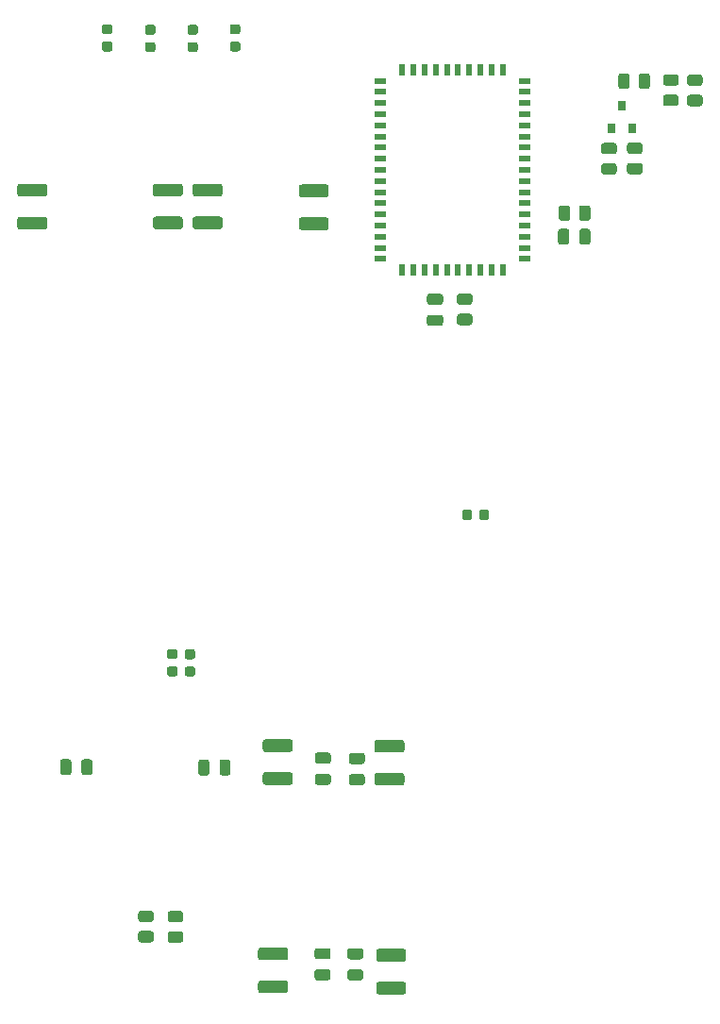
<source format=gbr>
G04 #@! TF.GenerationSoftware,KiCad,Pcbnew,5.1.9*
G04 #@! TF.CreationDate,2021-06-16T15:15:12+08:00*
G04 #@! TF.ProjectId,digital-amplifier2,64696769-7461-46c2-9d61-6d706c696669,rev?*
G04 #@! TF.SameCoordinates,Original*
G04 #@! TF.FileFunction,Paste,Bot*
G04 #@! TF.FilePolarity,Positive*
%FSLAX46Y46*%
G04 Gerber Fmt 4.6, Leading zero omitted, Abs format (unit mm)*
G04 Created by KiCad (PCBNEW 5.1.9) date 2021-06-16 15:15:12*
%MOMM*%
%LPD*%
G01*
G04 APERTURE LIST*
%ADD10R,1.000000X0.500000*%
%ADD11R,0.500000X1.000000*%
%ADD12R,0.800000X0.900000*%
G04 APERTURE END LIST*
G36*
G01*
X167709001Y-115995500D02*
X166808999Y-115995500D01*
G75*
G02*
X166559000Y-115745501I0J249999D01*
G01*
X166559000Y-115220499D01*
G75*
G02*
X166808999Y-114970500I249999J0D01*
G01*
X167709001Y-114970500D01*
G75*
G02*
X167959000Y-115220499I0J-249999D01*
G01*
X167959000Y-115745501D01*
G75*
G02*
X167709001Y-115995500I-249999J0D01*
G01*
G37*
G36*
G01*
X167709001Y-117820500D02*
X166808999Y-117820500D01*
G75*
G02*
X166559000Y-117570501I0J249999D01*
G01*
X166559000Y-117045499D01*
G75*
G02*
X166808999Y-116795500I249999J0D01*
G01*
X167709001Y-116795500D01*
G75*
G02*
X167959000Y-117045499I0J-249999D01*
G01*
X167959000Y-117570501D01*
G75*
G02*
X167709001Y-117820500I-249999J0D01*
G01*
G37*
G36*
G01*
X147909160Y-154717560D02*
X147909160Y-154217560D01*
G75*
G02*
X148134160Y-153992560I225000J0D01*
G01*
X148584160Y-153992560D01*
G75*
G02*
X148809160Y-154217560I0J-225000D01*
G01*
X148809160Y-154717560D01*
G75*
G02*
X148584160Y-154942560I-225000J0D01*
G01*
X148134160Y-154942560D01*
G75*
G02*
X147909160Y-154717560I0J225000D01*
G01*
G37*
G36*
G01*
X146359160Y-154717560D02*
X146359160Y-154217560D01*
G75*
G02*
X146584160Y-153992560I225000J0D01*
G01*
X147034160Y-153992560D01*
G75*
G02*
X147259160Y-154217560I0J-225000D01*
G01*
X147259160Y-154717560D01*
G75*
G02*
X147034160Y-154942560I-225000J0D01*
G01*
X146584160Y-154942560D01*
G75*
G02*
X146359160Y-154717560I0J225000D01*
G01*
G37*
G36*
G01*
X126259400Y-111358800D02*
X125759400Y-111358800D01*
G75*
G02*
X125534400Y-111133800I0J225000D01*
G01*
X125534400Y-110683800D01*
G75*
G02*
X125759400Y-110458800I225000J0D01*
G01*
X126259400Y-110458800D01*
G75*
G02*
X126484400Y-110683800I0J-225000D01*
G01*
X126484400Y-111133800D01*
G75*
G02*
X126259400Y-111358800I-225000J0D01*
G01*
G37*
G36*
G01*
X126259400Y-112908800D02*
X125759400Y-112908800D01*
G75*
G02*
X125534400Y-112683800I0J225000D01*
G01*
X125534400Y-112233800D01*
G75*
G02*
X125759400Y-112008800I225000J0D01*
G01*
X126259400Y-112008800D01*
G75*
G02*
X126484400Y-112233800I0J-225000D01*
G01*
X126484400Y-112683800D01*
G75*
G02*
X126259400Y-112908800I-225000J0D01*
G01*
G37*
G36*
G01*
X118639400Y-111409600D02*
X118139400Y-111409600D01*
G75*
G02*
X117914400Y-111184600I0J225000D01*
G01*
X117914400Y-110734600D01*
G75*
G02*
X118139400Y-110509600I225000J0D01*
G01*
X118639400Y-110509600D01*
G75*
G02*
X118864400Y-110734600I0J-225000D01*
G01*
X118864400Y-111184600D01*
G75*
G02*
X118639400Y-111409600I-225000J0D01*
G01*
G37*
G36*
G01*
X118639400Y-112959600D02*
X118139400Y-112959600D01*
G75*
G02*
X117914400Y-112734600I0J225000D01*
G01*
X117914400Y-112284600D01*
G75*
G02*
X118139400Y-112059600I225000J0D01*
G01*
X118639400Y-112059600D01*
G75*
G02*
X118864400Y-112284600I0J-225000D01*
G01*
X118864400Y-112734600D01*
G75*
G02*
X118639400Y-112959600I-225000J0D01*
G01*
G37*
G36*
G01*
X122449400Y-111409600D02*
X121949400Y-111409600D01*
G75*
G02*
X121724400Y-111184600I0J225000D01*
G01*
X121724400Y-110734600D01*
G75*
G02*
X121949400Y-110509600I225000J0D01*
G01*
X122449400Y-110509600D01*
G75*
G02*
X122674400Y-110734600I0J-225000D01*
G01*
X122674400Y-111184600D01*
G75*
G02*
X122449400Y-111409600I-225000J0D01*
G01*
G37*
G36*
G01*
X122449400Y-112959600D02*
X121949400Y-112959600D01*
G75*
G02*
X121724400Y-112734600I0J225000D01*
G01*
X121724400Y-112284600D01*
G75*
G02*
X121949400Y-112059600I225000J0D01*
G01*
X122449400Y-112059600D01*
G75*
G02*
X122674400Y-112284600I0J-225000D01*
G01*
X122674400Y-112734600D01*
G75*
G02*
X122449400Y-112959600I-225000J0D01*
G01*
G37*
G36*
G01*
X114778600Y-111358800D02*
X114278600Y-111358800D01*
G75*
G02*
X114053600Y-111133800I0J225000D01*
G01*
X114053600Y-110683800D01*
G75*
G02*
X114278600Y-110458800I225000J0D01*
G01*
X114778600Y-110458800D01*
G75*
G02*
X115003600Y-110683800I0J-225000D01*
G01*
X115003600Y-111133800D01*
G75*
G02*
X114778600Y-111358800I-225000J0D01*
G01*
G37*
G36*
G01*
X114778600Y-112908800D02*
X114278600Y-112908800D01*
G75*
G02*
X114053600Y-112683800I0J225000D01*
G01*
X114053600Y-112233800D01*
G75*
G02*
X114278600Y-112008800I225000J0D01*
G01*
X114778600Y-112008800D01*
G75*
G02*
X115003600Y-112233800I0J-225000D01*
G01*
X115003600Y-112683800D01*
G75*
G02*
X114778600Y-112908800I-225000J0D01*
G01*
G37*
G36*
G01*
X124635441Y-125912040D02*
X122435439Y-125912040D01*
G75*
G02*
X122185440Y-125662041I0J249999D01*
G01*
X122185440Y-125012039D01*
G75*
G02*
X122435439Y-124762040I249999J0D01*
G01*
X124635441Y-124762040D01*
G75*
G02*
X124885440Y-125012039I0J-249999D01*
G01*
X124885440Y-125662041D01*
G75*
G02*
X124635441Y-125912040I-249999J0D01*
G01*
G37*
G36*
G01*
X124635441Y-128862040D02*
X122435439Y-128862040D01*
G75*
G02*
X122185440Y-128612041I0J249999D01*
G01*
X122185440Y-127962039D01*
G75*
G02*
X122435439Y-127712040I249999J0D01*
G01*
X124635441Y-127712040D01*
G75*
G02*
X124885440Y-127962039I0J-249999D01*
G01*
X124885440Y-128612041D01*
G75*
G02*
X124635441Y-128862040I-249999J0D01*
G01*
G37*
G36*
G01*
X108902681Y-125927280D02*
X106702679Y-125927280D01*
G75*
G02*
X106452680Y-125677281I0J249999D01*
G01*
X106452680Y-125027279D01*
G75*
G02*
X106702679Y-124777280I249999J0D01*
G01*
X108902681Y-124777280D01*
G75*
G02*
X109152680Y-125027279I0J-249999D01*
G01*
X109152680Y-125677281D01*
G75*
G02*
X108902681Y-125927280I-249999J0D01*
G01*
G37*
G36*
G01*
X108902681Y-128877280D02*
X106702679Y-128877280D01*
G75*
G02*
X106452680Y-128627281I0J249999D01*
G01*
X106452680Y-127977279D01*
G75*
G02*
X106702679Y-127727280I249999J0D01*
G01*
X108902681Y-127727280D01*
G75*
G02*
X109152680Y-127977279I0J-249999D01*
G01*
X109152680Y-128627281D01*
G75*
G02*
X108902681Y-128877280I-249999J0D01*
G01*
G37*
G36*
G01*
X121074361Y-125912040D02*
X118874359Y-125912040D01*
G75*
G02*
X118624360Y-125662041I0J249999D01*
G01*
X118624360Y-125012039D01*
G75*
G02*
X118874359Y-124762040I249999J0D01*
G01*
X121074361Y-124762040D01*
G75*
G02*
X121324360Y-125012039I0J-249999D01*
G01*
X121324360Y-125662041D01*
G75*
G02*
X121074361Y-125912040I-249999J0D01*
G01*
G37*
G36*
G01*
X121074361Y-128862040D02*
X118874359Y-128862040D01*
G75*
G02*
X118624360Y-128612041I0J249999D01*
G01*
X118624360Y-127962039D01*
G75*
G02*
X118874359Y-127712040I249999J0D01*
G01*
X121074361Y-127712040D01*
G75*
G02*
X121324360Y-127962039I0J-249999D01*
G01*
X121324360Y-128612041D01*
G75*
G02*
X121074361Y-128862040I-249999J0D01*
G01*
G37*
G36*
G01*
X134170601Y-125990040D02*
X131970599Y-125990040D01*
G75*
G02*
X131720600Y-125740041I0J249999D01*
G01*
X131720600Y-125090039D01*
G75*
G02*
X131970599Y-124840040I249999J0D01*
G01*
X134170601Y-124840040D01*
G75*
G02*
X134420600Y-125090039I0J-249999D01*
G01*
X134420600Y-125740041D01*
G75*
G02*
X134170601Y-125990040I-249999J0D01*
G01*
G37*
G36*
G01*
X134170601Y-128940040D02*
X131970599Y-128940040D01*
G75*
G02*
X131720600Y-128690041I0J249999D01*
G01*
X131720600Y-128040039D01*
G75*
G02*
X131970599Y-127790040I249999J0D01*
G01*
X134170601Y-127790040D01*
G75*
G02*
X134420600Y-128040039I0J-249999D01*
G01*
X134420600Y-128690041D01*
G75*
G02*
X134170601Y-128940040I-249999J0D01*
G01*
G37*
G36*
G01*
X120120600Y-168066600D02*
X120620600Y-168066600D01*
G75*
G02*
X120845600Y-168291600I0J-225000D01*
G01*
X120845600Y-168741600D01*
G75*
G02*
X120620600Y-168966600I-225000J0D01*
G01*
X120120600Y-168966600D01*
G75*
G02*
X119895600Y-168741600I0J225000D01*
G01*
X119895600Y-168291600D01*
G75*
G02*
X120120600Y-168066600I225000J0D01*
G01*
G37*
G36*
G01*
X120120600Y-166516600D02*
X120620600Y-166516600D01*
G75*
G02*
X120845600Y-166741600I0J-225000D01*
G01*
X120845600Y-167191600D01*
G75*
G02*
X120620600Y-167416600I-225000J0D01*
G01*
X120120600Y-167416600D01*
G75*
G02*
X119895600Y-167191600I0J225000D01*
G01*
X119895600Y-166741600D01*
G75*
G02*
X120120600Y-166516600I225000J0D01*
G01*
G37*
G36*
G01*
X121708100Y-168079300D02*
X122208100Y-168079300D01*
G75*
G02*
X122433100Y-168304300I0J-225000D01*
G01*
X122433100Y-168754300D01*
G75*
G02*
X122208100Y-168979300I-225000J0D01*
G01*
X121708100Y-168979300D01*
G75*
G02*
X121483100Y-168754300I0J225000D01*
G01*
X121483100Y-168304300D01*
G75*
G02*
X121708100Y-168079300I225000J0D01*
G01*
G37*
G36*
G01*
X121708100Y-166529300D02*
X122208100Y-166529300D01*
G75*
G02*
X122433100Y-166754300I0J-225000D01*
G01*
X122433100Y-167204300D01*
G75*
G02*
X122208100Y-167429300I-225000J0D01*
G01*
X121708100Y-167429300D01*
G75*
G02*
X121483100Y-167204300I0J225000D01*
G01*
X121483100Y-166754300D01*
G75*
G02*
X121708100Y-166529300I225000J0D01*
G01*
G37*
D10*
X152019000Y-115528600D03*
X152019000Y-116528600D03*
X152019000Y-117528600D03*
X152019000Y-118528600D03*
X152019000Y-119528600D03*
X152019000Y-120528600D03*
X152019000Y-121528600D03*
X152019000Y-122528600D03*
X152019000Y-123528600D03*
X152019000Y-124528600D03*
X152019000Y-125528600D03*
X152019000Y-126528600D03*
X152019000Y-127528600D03*
X152019000Y-128528600D03*
X152019000Y-129528600D03*
X152019000Y-130528600D03*
X152019000Y-131528600D03*
D11*
X150019000Y-132528600D03*
X149019000Y-132528600D03*
X148019000Y-132528600D03*
X147019000Y-132528600D03*
X146019000Y-132528600D03*
X145019000Y-132528600D03*
X144019000Y-132528600D03*
X143019000Y-132528600D03*
X142019000Y-132528600D03*
X141019000Y-132528600D03*
X141019000Y-114528600D03*
X148019000Y-114528600D03*
X145019000Y-114528600D03*
X147019000Y-114528600D03*
X142019000Y-114528600D03*
X146019000Y-114528600D03*
X149019000Y-114528600D03*
X144019000Y-114528600D03*
X143019000Y-114528600D03*
X150019000Y-114528600D03*
D10*
X139019000Y-126528600D03*
X139019000Y-130528600D03*
X139019000Y-118528600D03*
X139019000Y-119528600D03*
X139019000Y-116528600D03*
X139019000Y-121528600D03*
X139019000Y-125528600D03*
X139019000Y-128528600D03*
X139019000Y-117528600D03*
X139019000Y-129528600D03*
X139019000Y-120528600D03*
X139019000Y-122528600D03*
X139019000Y-115528600D03*
X139019000Y-123528600D03*
X139019000Y-124528600D03*
X139019000Y-131528600D03*
X139019000Y-127528600D03*
G36*
G01*
X162324201Y-122099120D02*
X161424199Y-122099120D01*
G75*
G02*
X161174200Y-121849121I0J249999D01*
G01*
X161174200Y-121324119D01*
G75*
G02*
X161424199Y-121074120I249999J0D01*
G01*
X162324201Y-121074120D01*
G75*
G02*
X162574200Y-121324119I0J-249999D01*
G01*
X162574200Y-121849121D01*
G75*
G02*
X162324201Y-122099120I-249999J0D01*
G01*
G37*
G36*
G01*
X162324201Y-123924120D02*
X161424199Y-123924120D01*
G75*
G02*
X161174200Y-123674121I0J249999D01*
G01*
X161174200Y-123149119D01*
G75*
G02*
X161424199Y-122899120I249999J0D01*
G01*
X162324201Y-122899120D01*
G75*
G02*
X162574200Y-123149119I0J-249999D01*
G01*
X162574200Y-123674121D01*
G75*
G02*
X162324201Y-123924120I-249999J0D01*
G01*
G37*
G36*
G01*
X159102639Y-122929600D02*
X160002641Y-122929600D01*
G75*
G02*
X160252640Y-123179599I0J-249999D01*
G01*
X160252640Y-123704601D01*
G75*
G02*
X160002641Y-123954600I-249999J0D01*
G01*
X159102639Y-123954600D01*
G75*
G02*
X158852640Y-123704601I0J249999D01*
G01*
X158852640Y-123179599D01*
G75*
G02*
X159102639Y-122929600I249999J0D01*
G01*
G37*
G36*
G01*
X159102639Y-121104600D02*
X160002641Y-121104600D01*
G75*
G02*
X160252640Y-121354599I0J-249999D01*
G01*
X160252640Y-121879601D01*
G75*
G02*
X160002641Y-122129600I-249999J0D01*
G01*
X159102639Y-122129600D01*
G75*
G02*
X158852640Y-121879601I0J249999D01*
G01*
X158852640Y-121354599D01*
G75*
G02*
X159102639Y-121104600I249999J0D01*
G01*
G37*
G36*
G01*
X165555081Y-115980260D02*
X164655079Y-115980260D01*
G75*
G02*
X164405080Y-115730261I0J249999D01*
G01*
X164405080Y-115205259D01*
G75*
G02*
X164655079Y-114955260I249999J0D01*
G01*
X165555081Y-114955260D01*
G75*
G02*
X165805080Y-115205259I0J-249999D01*
G01*
X165805080Y-115730261D01*
G75*
G02*
X165555081Y-115980260I-249999J0D01*
G01*
G37*
G36*
G01*
X165555081Y-117805260D02*
X164655079Y-117805260D01*
G75*
G02*
X164405080Y-117555261I0J249999D01*
G01*
X164405080Y-117030259D01*
G75*
G02*
X164655079Y-116780260I249999J0D01*
G01*
X165555081Y-116780260D01*
G75*
G02*
X165805080Y-117030259I0J-249999D01*
G01*
X165805080Y-117555261D01*
G75*
G02*
X165555081Y-117805260I-249999J0D01*
G01*
G37*
G36*
G01*
X162215780Y-116014921D02*
X162215780Y-115114919D01*
G75*
G02*
X162465779Y-114864920I249999J0D01*
G01*
X162990781Y-114864920D01*
G75*
G02*
X163240780Y-115114919I0J-249999D01*
G01*
X163240780Y-116014921D01*
G75*
G02*
X162990781Y-116264920I-249999J0D01*
G01*
X162465779Y-116264920D01*
G75*
G02*
X162215780Y-116014921I0J249999D01*
G01*
G37*
G36*
G01*
X160390780Y-116014921D02*
X160390780Y-115114919D01*
G75*
G02*
X160640779Y-114864920I249999J0D01*
G01*
X161165781Y-114864920D01*
G75*
G02*
X161415780Y-115114919I0J-249999D01*
G01*
X161415780Y-116014921D01*
G75*
G02*
X161165781Y-116264920I-249999J0D01*
G01*
X160640779Y-116264920D01*
G75*
G02*
X160390780Y-116014921I0J249999D01*
G01*
G37*
G36*
G01*
X146153719Y-134612320D02*
X147053721Y-134612320D01*
G75*
G02*
X147303720Y-134862319I0J-249999D01*
G01*
X147303720Y-135387321D01*
G75*
G02*
X147053721Y-135637320I-249999J0D01*
G01*
X146153719Y-135637320D01*
G75*
G02*
X145903720Y-135387321I0J249999D01*
G01*
X145903720Y-134862319D01*
G75*
G02*
X146153719Y-134612320I249999J0D01*
G01*
G37*
G36*
G01*
X146153719Y-136437320D02*
X147053721Y-136437320D01*
G75*
G02*
X147303720Y-136687319I0J-249999D01*
G01*
X147303720Y-137212321D01*
G75*
G02*
X147053721Y-137462320I-249999J0D01*
G01*
X146153719Y-137462320D01*
G75*
G02*
X145903720Y-137212321I0J249999D01*
G01*
X145903720Y-136687319D01*
G75*
G02*
X146153719Y-136437320I249999J0D01*
G01*
G37*
G36*
G01*
X156864000Y-127856401D02*
X156864000Y-126956399D01*
G75*
G02*
X157113999Y-126706400I249999J0D01*
G01*
X157639001Y-126706400D01*
G75*
G02*
X157889000Y-126956399I0J-249999D01*
G01*
X157889000Y-127856401D01*
G75*
G02*
X157639001Y-128106400I-249999J0D01*
G01*
X157113999Y-128106400D01*
G75*
G02*
X156864000Y-127856401I0J249999D01*
G01*
G37*
G36*
G01*
X155039000Y-127856401D02*
X155039000Y-126956399D01*
G75*
G02*
X155288999Y-126706400I249999J0D01*
G01*
X155814001Y-126706400D01*
G75*
G02*
X156064000Y-126956399I0J-249999D01*
G01*
X156064000Y-127856401D01*
G75*
G02*
X155814001Y-128106400I-249999J0D01*
G01*
X155288999Y-128106400D01*
G75*
G02*
X155039000Y-127856401I0J249999D01*
G01*
G37*
G36*
G01*
X121110161Y-191044880D02*
X120210159Y-191044880D01*
G75*
G02*
X119960160Y-190794881I0J249999D01*
G01*
X119960160Y-190269879D01*
G75*
G02*
X120210159Y-190019880I249999J0D01*
G01*
X121110161Y-190019880D01*
G75*
G02*
X121360160Y-190269879I0J-249999D01*
G01*
X121360160Y-190794881D01*
G75*
G02*
X121110161Y-191044880I-249999J0D01*
G01*
G37*
G36*
G01*
X121110161Y-192869880D02*
X120210159Y-192869880D01*
G75*
G02*
X119960160Y-192619881I0J249999D01*
G01*
X119960160Y-192094879D01*
G75*
G02*
X120210159Y-191844880I249999J0D01*
G01*
X121110161Y-191844880D01*
G75*
G02*
X121360160Y-192094879I0J-249999D01*
G01*
X121360160Y-192619881D01*
G75*
G02*
X121110161Y-192869880I-249999J0D01*
G01*
G37*
G36*
G01*
X118458401Y-191009320D02*
X117558399Y-191009320D01*
G75*
G02*
X117308400Y-190759321I0J249999D01*
G01*
X117308400Y-190234319D01*
G75*
G02*
X117558399Y-189984320I249999J0D01*
G01*
X118458401Y-189984320D01*
G75*
G02*
X118708400Y-190234319I0J-249999D01*
G01*
X118708400Y-190759321D01*
G75*
G02*
X118458401Y-191009320I-249999J0D01*
G01*
G37*
G36*
G01*
X118458401Y-192834320D02*
X117558399Y-192834320D01*
G75*
G02*
X117308400Y-192584321I0J249999D01*
G01*
X117308400Y-192059319D01*
G75*
G02*
X117558399Y-191809320I249999J0D01*
G01*
X118458401Y-191809320D01*
G75*
G02*
X118708400Y-192059319I0J-249999D01*
G01*
X118708400Y-192584321D01*
G75*
G02*
X118458401Y-192834320I-249999J0D01*
G01*
G37*
D12*
X160728660Y-117767860D03*
X159778660Y-119767860D03*
X161678660Y-119767860D03*
G36*
G01*
X143466800Y-136530500D02*
X144416800Y-136530500D01*
G75*
G02*
X144666800Y-136780500I0J-250000D01*
G01*
X144666800Y-137280500D01*
G75*
G02*
X144416800Y-137530500I-250000J0D01*
G01*
X143466800Y-137530500D01*
G75*
G02*
X143216800Y-137280500I0J250000D01*
G01*
X143216800Y-136780500D01*
G75*
G02*
X143466800Y-136530500I250000J0D01*
G01*
G37*
G36*
G01*
X143466800Y-134630500D02*
X144416800Y-134630500D01*
G75*
G02*
X144666800Y-134880500I0J-250000D01*
G01*
X144666800Y-135380500D01*
G75*
G02*
X144416800Y-135630500I-250000J0D01*
G01*
X143466800Y-135630500D01*
G75*
G02*
X143216800Y-135380500I0J250000D01*
G01*
X143216800Y-134880500D01*
G75*
G02*
X143466800Y-134630500I250000J0D01*
G01*
G37*
G36*
G01*
X156888600Y-130002300D02*
X156888600Y-129052300D01*
G75*
G02*
X157138600Y-128802300I250000J0D01*
G01*
X157638600Y-128802300D01*
G75*
G02*
X157888600Y-129052300I0J-250000D01*
G01*
X157888600Y-130002300D01*
G75*
G02*
X157638600Y-130252300I-250000J0D01*
G01*
X157138600Y-130252300D01*
G75*
G02*
X156888600Y-130002300I0J250000D01*
G01*
G37*
G36*
G01*
X154988600Y-130002300D02*
X154988600Y-129052300D01*
G75*
G02*
X155238600Y-128802300I250000J0D01*
G01*
X155738600Y-128802300D01*
G75*
G02*
X155988600Y-129052300I0J-250000D01*
G01*
X155988600Y-130002300D01*
G75*
G02*
X155738600Y-130252300I-250000J0D01*
G01*
X155238600Y-130252300D01*
G75*
G02*
X154988600Y-130002300I0J250000D01*
G01*
G37*
G36*
G01*
X111310000Y-176636660D02*
X111310000Y-177586660D01*
G75*
G02*
X111060000Y-177836660I-250000J0D01*
G01*
X110560000Y-177836660D01*
G75*
G02*
X110310000Y-177586660I0J250000D01*
G01*
X110310000Y-176636660D01*
G75*
G02*
X110560000Y-176386660I250000J0D01*
G01*
X111060000Y-176386660D01*
G75*
G02*
X111310000Y-176636660I0J-250000D01*
G01*
G37*
G36*
G01*
X113210000Y-176636660D02*
X113210000Y-177586660D01*
G75*
G02*
X112960000Y-177836660I-250000J0D01*
G01*
X112460000Y-177836660D01*
G75*
G02*
X112210000Y-177586660I0J250000D01*
G01*
X112210000Y-176636660D01*
G75*
G02*
X112460000Y-176386660I250000J0D01*
G01*
X112960000Y-176386660D01*
G75*
G02*
X113210000Y-176636660I0J-250000D01*
G01*
G37*
G36*
G01*
X124602660Y-177617140D02*
X124602660Y-176667140D01*
G75*
G02*
X124852660Y-176417140I250000J0D01*
G01*
X125352660Y-176417140D01*
G75*
G02*
X125602660Y-176667140I0J-250000D01*
G01*
X125602660Y-177617140D01*
G75*
G02*
X125352660Y-177867140I-250000J0D01*
G01*
X124852660Y-177867140D01*
G75*
G02*
X124602660Y-177617140I0J250000D01*
G01*
G37*
G36*
G01*
X122702660Y-177617140D02*
X122702660Y-176667140D01*
G75*
G02*
X122952660Y-176417140I250000J0D01*
G01*
X123452660Y-176417140D01*
G75*
G02*
X123702660Y-176667140I0J-250000D01*
G01*
X123702660Y-177617140D01*
G75*
G02*
X123452660Y-177867140I-250000J0D01*
G01*
X122952660Y-177867140D01*
G75*
G02*
X122702660Y-177617140I0J250000D01*
G01*
G37*
G36*
G01*
X134353320Y-176806440D02*
X133403320Y-176806440D01*
G75*
G02*
X133153320Y-176556440I0J250000D01*
G01*
X133153320Y-176056440D01*
G75*
G02*
X133403320Y-175806440I250000J0D01*
G01*
X134353320Y-175806440D01*
G75*
G02*
X134603320Y-176056440I0J-250000D01*
G01*
X134603320Y-176556440D01*
G75*
G02*
X134353320Y-176806440I-250000J0D01*
G01*
G37*
G36*
G01*
X134353320Y-178706440D02*
X133403320Y-178706440D01*
G75*
G02*
X133153320Y-178456440I0J250000D01*
G01*
X133153320Y-177956440D01*
G75*
G02*
X133403320Y-177706440I250000J0D01*
G01*
X134353320Y-177706440D01*
G75*
G02*
X134603320Y-177956440I0J-250000D01*
G01*
X134603320Y-178456440D01*
G75*
G02*
X134353320Y-178706440I-250000J0D01*
G01*
G37*
G36*
G01*
X133383000Y-195242600D02*
X134333000Y-195242600D01*
G75*
G02*
X134583000Y-195492600I0J-250000D01*
G01*
X134583000Y-195992600D01*
G75*
G02*
X134333000Y-196242600I-250000J0D01*
G01*
X133383000Y-196242600D01*
G75*
G02*
X133133000Y-195992600I0J250000D01*
G01*
X133133000Y-195492600D01*
G75*
G02*
X133383000Y-195242600I250000J0D01*
G01*
G37*
G36*
G01*
X133383000Y-193342600D02*
X134333000Y-193342600D01*
G75*
G02*
X134583000Y-193592600I0J-250000D01*
G01*
X134583000Y-194092600D01*
G75*
G02*
X134333000Y-194342600I-250000J0D01*
G01*
X133383000Y-194342600D01*
G75*
G02*
X133133000Y-194092600I0J250000D01*
G01*
X133133000Y-193592600D01*
G75*
G02*
X133383000Y-193342600I250000J0D01*
G01*
G37*
G36*
G01*
X128318079Y-196236160D02*
X130518081Y-196236160D01*
G75*
G02*
X130768080Y-196486159I0J-249999D01*
G01*
X130768080Y-197136161D01*
G75*
G02*
X130518081Y-197386160I-249999J0D01*
G01*
X128318079Y-197386160D01*
G75*
G02*
X128068080Y-197136161I0J249999D01*
G01*
X128068080Y-196486159D01*
G75*
G02*
X128318079Y-196236160I249999J0D01*
G01*
G37*
G36*
G01*
X128318079Y-193286160D02*
X130518081Y-193286160D01*
G75*
G02*
X130768080Y-193536159I0J-249999D01*
G01*
X130768080Y-194186161D01*
G75*
G02*
X130518081Y-194436160I-249999J0D01*
G01*
X128318079Y-194436160D01*
G75*
G02*
X128068080Y-194186161I0J249999D01*
G01*
X128068080Y-193536159D01*
G75*
G02*
X128318079Y-193286160I249999J0D01*
G01*
G37*
G36*
G01*
X130934641Y-175757000D02*
X128734639Y-175757000D01*
G75*
G02*
X128484640Y-175507001I0J249999D01*
G01*
X128484640Y-174856999D01*
G75*
G02*
X128734639Y-174607000I249999J0D01*
G01*
X130934641Y-174607000D01*
G75*
G02*
X131184640Y-174856999I0J-249999D01*
G01*
X131184640Y-175507001D01*
G75*
G02*
X130934641Y-175757000I-249999J0D01*
G01*
G37*
G36*
G01*
X130934641Y-178707000D02*
X128734639Y-178707000D01*
G75*
G02*
X128484640Y-178457001I0J249999D01*
G01*
X128484640Y-177806999D01*
G75*
G02*
X128734639Y-177557000I249999J0D01*
G01*
X130934641Y-177557000D01*
G75*
G02*
X131184640Y-177806999I0J-249999D01*
G01*
X131184640Y-178457001D01*
G75*
G02*
X130934641Y-178707000I-249999J0D01*
G01*
G37*
G36*
G01*
X136314160Y-195257840D02*
X137264160Y-195257840D01*
G75*
G02*
X137514160Y-195507840I0J-250000D01*
G01*
X137514160Y-196007840D01*
G75*
G02*
X137264160Y-196257840I-250000J0D01*
G01*
X136314160Y-196257840D01*
G75*
G02*
X136064160Y-196007840I0J250000D01*
G01*
X136064160Y-195507840D01*
G75*
G02*
X136314160Y-195257840I250000J0D01*
G01*
G37*
G36*
G01*
X136314160Y-193357840D02*
X137264160Y-193357840D01*
G75*
G02*
X137514160Y-193607840I0J-250000D01*
G01*
X137514160Y-194107840D01*
G75*
G02*
X137264160Y-194357840I-250000J0D01*
G01*
X136314160Y-194357840D01*
G75*
G02*
X136064160Y-194107840I0J250000D01*
G01*
X136064160Y-193607840D01*
G75*
G02*
X136314160Y-193357840I250000J0D01*
G01*
G37*
G36*
G01*
X137411480Y-176831840D02*
X136461480Y-176831840D01*
G75*
G02*
X136211480Y-176581840I0J250000D01*
G01*
X136211480Y-176081840D01*
G75*
G02*
X136461480Y-175831840I250000J0D01*
G01*
X137411480Y-175831840D01*
G75*
G02*
X137661480Y-176081840I0J-250000D01*
G01*
X137661480Y-176581840D01*
G75*
G02*
X137411480Y-176831840I-250000J0D01*
G01*
G37*
G36*
G01*
X137411480Y-178731840D02*
X136461480Y-178731840D01*
G75*
G02*
X136211480Y-178481840I0J250000D01*
G01*
X136211480Y-177981840D01*
G75*
G02*
X136461480Y-177731840I250000J0D01*
G01*
X137411480Y-177731840D01*
G75*
G02*
X137661480Y-177981840I0J-250000D01*
G01*
X137661480Y-178481840D01*
G75*
G02*
X137411480Y-178731840I-250000J0D01*
G01*
G37*
G36*
G01*
X140947321Y-175807800D02*
X138747319Y-175807800D01*
G75*
G02*
X138497320Y-175557801I0J249999D01*
G01*
X138497320Y-174907799D01*
G75*
G02*
X138747319Y-174657800I249999J0D01*
G01*
X140947321Y-174657800D01*
G75*
G02*
X141197320Y-174907799I0J-249999D01*
G01*
X141197320Y-175557801D01*
G75*
G02*
X140947321Y-175807800I-249999J0D01*
G01*
G37*
G36*
G01*
X140947321Y-178757800D02*
X138747319Y-178757800D01*
G75*
G02*
X138497320Y-178507801I0J249999D01*
G01*
X138497320Y-177857799D01*
G75*
G02*
X138747319Y-177607800I249999J0D01*
G01*
X140947321Y-177607800D01*
G75*
G02*
X141197320Y-177857799I0J-249999D01*
G01*
X141197320Y-178507801D01*
G75*
G02*
X140947321Y-178757800I-249999J0D01*
G01*
G37*
G36*
G01*
X138904799Y-196363160D02*
X141104801Y-196363160D01*
G75*
G02*
X141354800Y-196613159I0J-249999D01*
G01*
X141354800Y-197263161D01*
G75*
G02*
X141104801Y-197513160I-249999J0D01*
G01*
X138904799Y-197513160D01*
G75*
G02*
X138654800Y-197263161I0J249999D01*
G01*
X138654800Y-196613159D01*
G75*
G02*
X138904799Y-196363160I249999J0D01*
G01*
G37*
G36*
G01*
X138904799Y-193413160D02*
X141104801Y-193413160D01*
G75*
G02*
X141354800Y-193663159I0J-249999D01*
G01*
X141354800Y-194313161D01*
G75*
G02*
X141104801Y-194563160I-249999J0D01*
G01*
X138904799Y-194563160D01*
G75*
G02*
X138654800Y-194313161I0J249999D01*
G01*
X138654800Y-193663159D01*
G75*
G02*
X138904799Y-193413160I249999J0D01*
G01*
G37*
M02*

</source>
